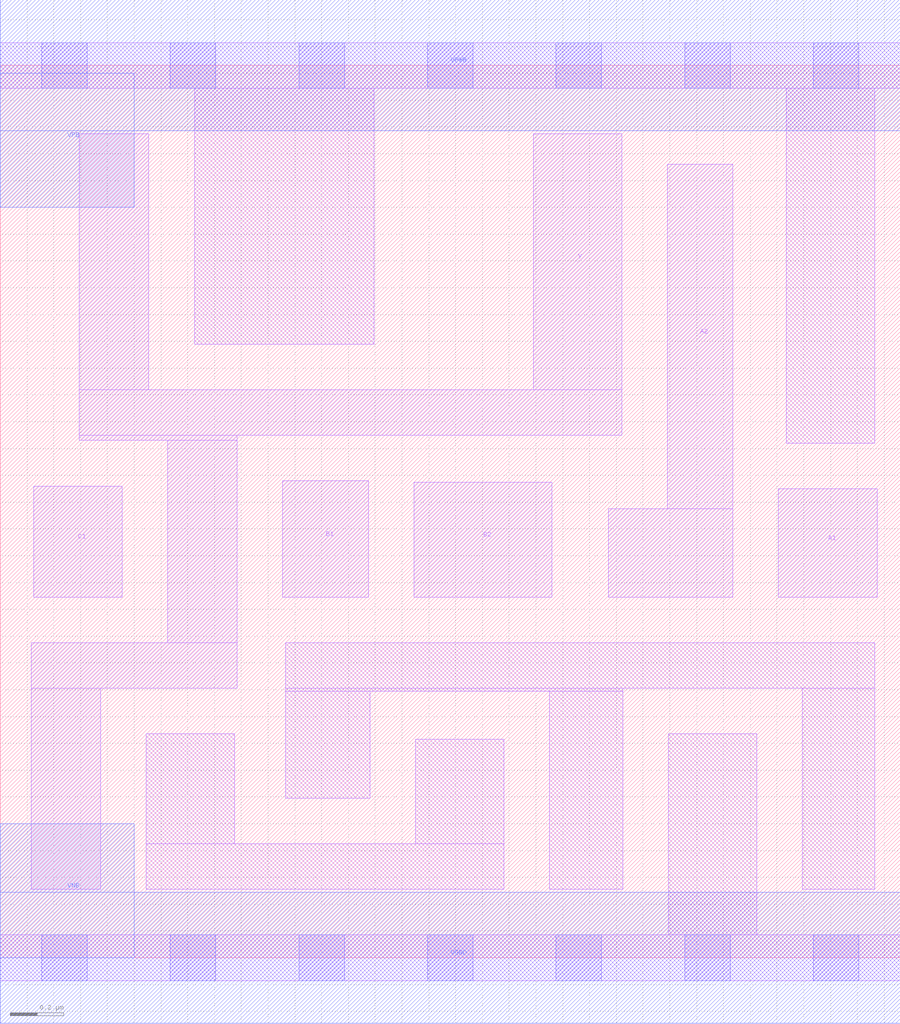
<source format=lef>
# Copyright 2020 The SkyWater PDK Authors
#
# Licensed under the Apache License, Version 2.0 (the "License");
# you may not use this file except in compliance with the License.
# You may obtain a copy of the License at
#
#     https://www.apache.org/licenses/LICENSE-2.0
#
# Unless required by applicable law or agreed to in writing, software
# distributed under the License is distributed on an "AS IS" BASIS,
# WITHOUT WARRANTIES OR CONDITIONS OF ANY KIND, either express or implied.
# See the License for the specific language governing permissions and
# limitations under the License.
#
# SPDX-License-Identifier: Apache-2.0

VERSION 5.5 ;
NAMESCASESENSITIVE ON ;
BUSBITCHARS "[]" ;
DIVIDERCHAR "/" ;
MACRO sky130_fd_sc_lp__o221ai_1
  CLASS CORE ;
  SOURCE USER ;
  ORIGIN  0.000000  0.000000 ;
  SIZE  3.360000 BY  3.330000 ;
  SYMMETRY X Y R90 ;
  SITE unit ;
  PIN A1
    ANTENNAGATEAREA  0.315000 ;
    DIRECTION INPUT ;
    USE SIGNAL ;
    PORT
      LAYER li1 ;
        RECT 2.905000 1.345000 3.275000 1.750000 ;
    END
  END A1
  PIN A2
    ANTENNAGATEAREA  0.315000 ;
    DIRECTION INPUT ;
    USE SIGNAL ;
    PORT
      LAYER li1 ;
        RECT 2.270000 1.345000 2.735000 1.675000 ;
        RECT 2.490000 1.675000 2.735000 2.960000 ;
    END
  END A2
  PIN B1
    ANTENNAGATEAREA  0.315000 ;
    DIRECTION INPUT ;
    USE SIGNAL ;
    PORT
      LAYER li1 ;
        RECT 1.055000 1.345000 1.375000 1.780000 ;
    END
  END B1
  PIN B2
    ANTENNAGATEAREA  0.315000 ;
    DIRECTION INPUT ;
    USE SIGNAL ;
    PORT
      LAYER li1 ;
        RECT 1.545000 1.345000 2.060000 1.775000 ;
    END
  END B2
  PIN C1
    ANTENNAGATEAREA  0.315000 ;
    DIRECTION INPUT ;
    USE SIGNAL ;
    PORT
      LAYER li1 ;
        RECT 0.125000 1.345000 0.455000 1.760000 ;
    END
  END C1
  PIN Y
    ANTENNADIFFAREA  1.274700 ;
    DIRECTION OUTPUT ;
    USE SIGNAL ;
    PORT
      LAYER li1 ;
        RECT 0.115000 0.255000 0.375000 1.005000 ;
        RECT 0.115000 1.005000 0.885000 1.175000 ;
        RECT 0.295000 1.930000 0.885000 1.950000 ;
        RECT 0.295000 1.950000 2.320000 2.120000 ;
        RECT 0.295000 2.120000 0.555000 3.075000 ;
        RECT 0.625000 1.175000 0.885000 1.930000 ;
        RECT 1.990000 2.120000 2.320000 3.075000 ;
    END
  END Y
  PIN VGND
    DIRECTION INOUT ;
    USE GROUND ;
    PORT
      LAYER met1 ;
        RECT 0.000000 -0.245000 3.360000 0.245000 ;
    END
  END VGND
  PIN VNB
    DIRECTION INOUT ;
    USE GROUND ;
    PORT
    END
  END VNB
  PIN VPB
    DIRECTION INOUT ;
    USE POWER ;
    PORT
    END
  END VPB
  PIN VNB
    DIRECTION INOUT ;
    USE GROUND ;
    PORT
      LAYER met1 ;
        RECT 0.000000 0.000000 0.500000 0.500000 ;
    END
  END VNB
  PIN VPB
    DIRECTION INOUT ;
    USE POWER ;
    PORT
      LAYER met1 ;
        RECT 0.000000 2.800000 0.500000 3.300000 ;
    END
  END VPB
  PIN VPWR
    DIRECTION INOUT ;
    USE POWER ;
    PORT
      LAYER met1 ;
        RECT 0.000000 3.085000 3.360000 3.575000 ;
    END
  END VPWR
  OBS
    LAYER li1 ;
      RECT 0.000000 -0.085000 3.360000 0.085000 ;
      RECT 0.000000  3.245000 3.360000 3.415000 ;
      RECT 0.545000  0.255000 1.880000 0.425000 ;
      RECT 0.545000  0.425000 0.875000 0.835000 ;
      RECT 0.725000  2.290000 1.395000 3.245000 ;
      RECT 1.065000  0.595000 1.380000 0.995000 ;
      RECT 1.065000  0.995000 2.325000 1.005000 ;
      RECT 1.065000  1.005000 3.265000 1.175000 ;
      RECT 1.550000  0.425000 1.880000 0.815000 ;
      RECT 2.050000  0.255000 2.325000 0.995000 ;
      RECT 2.495000  0.085000 2.825000 0.835000 ;
      RECT 2.935000  1.920000 3.265000 3.245000 ;
      RECT 2.995000  0.255000 3.265000 1.005000 ;
    LAYER mcon ;
      RECT 0.155000 -0.085000 0.325000 0.085000 ;
      RECT 0.155000  3.245000 0.325000 3.415000 ;
      RECT 0.635000 -0.085000 0.805000 0.085000 ;
      RECT 0.635000  3.245000 0.805000 3.415000 ;
      RECT 1.115000 -0.085000 1.285000 0.085000 ;
      RECT 1.115000  3.245000 1.285000 3.415000 ;
      RECT 1.595000 -0.085000 1.765000 0.085000 ;
      RECT 1.595000  3.245000 1.765000 3.415000 ;
      RECT 2.075000 -0.085000 2.245000 0.085000 ;
      RECT 2.075000  3.245000 2.245000 3.415000 ;
      RECT 2.555000 -0.085000 2.725000 0.085000 ;
      RECT 2.555000  3.245000 2.725000 3.415000 ;
      RECT 3.035000 -0.085000 3.205000 0.085000 ;
      RECT 3.035000  3.245000 3.205000 3.415000 ;
  END
END sky130_fd_sc_lp__o221ai_1
END LIBRARY

</source>
